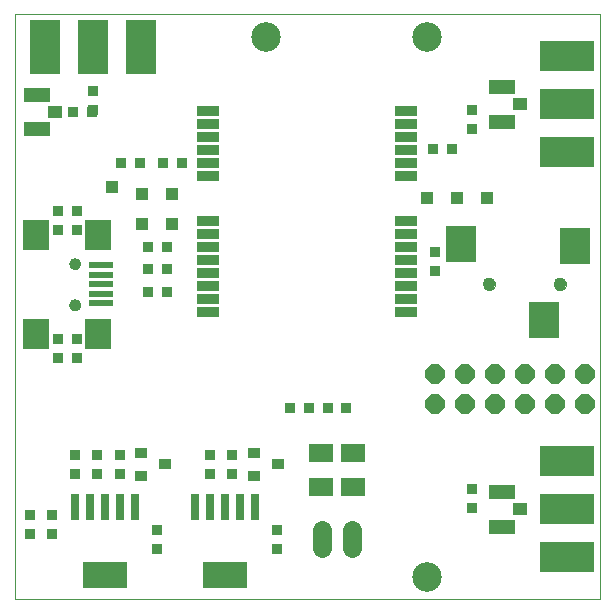
<source format=gts>
G75*
G70*
%OFA0B0*%
%FSLAX24Y24*%
%IPPOS*%
%LPD*%
%AMOC8*
5,1,8,0,0,1.08239X$1,22.5*
%
%ADD10C,0.0000*%
%ADD11R,0.0749X0.0355*%
%ADD12R,0.1040X0.1840*%
%ADD13R,0.1840X0.1040*%
%ADD14R,0.0906X0.1024*%
%ADD15R,0.0827X0.0237*%
%ADD16C,0.0394*%
%ADD17R,0.0355X0.0355*%
%ADD18R,0.0434X0.0434*%
%ADD19R,0.0453X0.0434*%
%ADD20R,0.0906X0.0453*%
%ADD21R,0.0985X0.1197*%
%ADD22C,0.0434*%
%ADD23OC8,0.0640*%
%ADD24R,0.0257X0.0886*%
%ADD25R,0.1457X0.0906*%
%ADD26C,0.0634*%
%ADD27R,0.0390X0.0350*%
%ADD28R,0.0808X0.0631*%
%ADD29C,0.0984*%
D10*
X000675Y000300D02*
X000675Y019800D01*
X020175Y019800D01*
X020175Y000300D01*
X000675Y000300D01*
X002498Y010111D02*
X002500Y010137D01*
X002506Y010163D01*
X002516Y010188D01*
X002529Y010211D01*
X002545Y010231D01*
X002565Y010249D01*
X002587Y010264D01*
X002610Y010276D01*
X002636Y010284D01*
X002662Y010288D01*
X002688Y010288D01*
X002714Y010284D01*
X002740Y010276D01*
X002764Y010264D01*
X002785Y010249D01*
X002805Y010231D01*
X002821Y010211D01*
X002834Y010188D01*
X002844Y010163D01*
X002850Y010137D01*
X002852Y010111D01*
X002850Y010085D01*
X002844Y010059D01*
X002834Y010034D01*
X002821Y010011D01*
X002805Y009991D01*
X002785Y009973D01*
X002763Y009958D01*
X002740Y009946D01*
X002714Y009938D01*
X002688Y009934D01*
X002662Y009934D01*
X002636Y009938D01*
X002610Y009946D01*
X002586Y009958D01*
X002565Y009973D01*
X002545Y009991D01*
X002529Y010011D01*
X002516Y010034D01*
X002506Y010059D01*
X002500Y010085D01*
X002498Y010111D01*
X002498Y011489D02*
X002500Y011515D01*
X002506Y011541D01*
X002516Y011566D01*
X002529Y011589D01*
X002545Y011609D01*
X002565Y011627D01*
X002587Y011642D01*
X002610Y011654D01*
X002636Y011662D01*
X002662Y011666D01*
X002688Y011666D01*
X002714Y011662D01*
X002740Y011654D01*
X002764Y011642D01*
X002785Y011627D01*
X002805Y011609D01*
X002821Y011589D01*
X002834Y011566D01*
X002844Y011541D01*
X002850Y011515D01*
X002852Y011489D01*
X002850Y011463D01*
X002844Y011437D01*
X002834Y011412D01*
X002821Y011389D01*
X002805Y011369D01*
X002785Y011351D01*
X002763Y011336D01*
X002740Y011324D01*
X002714Y011316D01*
X002688Y011312D01*
X002662Y011312D01*
X002636Y011316D01*
X002610Y011324D01*
X002586Y011336D01*
X002565Y011351D01*
X002545Y011369D01*
X002529Y011389D01*
X002516Y011412D01*
X002506Y011437D01*
X002500Y011463D01*
X002498Y011489D01*
X000800Y019800D02*
X005800Y019800D01*
X016297Y010800D02*
X016299Y010827D01*
X016305Y010854D01*
X016314Y010880D01*
X016327Y010904D01*
X016343Y010927D01*
X016362Y010946D01*
X016384Y010963D01*
X016408Y010977D01*
X016433Y010987D01*
X016460Y010994D01*
X016487Y010997D01*
X016515Y010996D01*
X016542Y010991D01*
X016568Y010983D01*
X016592Y010971D01*
X016615Y010955D01*
X016636Y010937D01*
X016653Y010916D01*
X016668Y010892D01*
X016679Y010867D01*
X016687Y010841D01*
X016691Y010814D01*
X016691Y010786D01*
X016687Y010759D01*
X016679Y010733D01*
X016668Y010708D01*
X016653Y010684D01*
X016636Y010663D01*
X016615Y010645D01*
X016593Y010629D01*
X016568Y010617D01*
X016542Y010609D01*
X016515Y010604D01*
X016487Y010603D01*
X016460Y010606D01*
X016433Y010613D01*
X016408Y010623D01*
X016384Y010637D01*
X016362Y010654D01*
X016343Y010673D01*
X016327Y010696D01*
X016314Y010720D01*
X016305Y010746D01*
X016299Y010773D01*
X016297Y010800D01*
X018659Y010800D02*
X018661Y010827D01*
X018667Y010854D01*
X018676Y010880D01*
X018689Y010904D01*
X018705Y010927D01*
X018724Y010946D01*
X018746Y010963D01*
X018770Y010977D01*
X018795Y010987D01*
X018822Y010994D01*
X018849Y010997D01*
X018877Y010996D01*
X018904Y010991D01*
X018930Y010983D01*
X018954Y010971D01*
X018977Y010955D01*
X018998Y010937D01*
X019015Y010916D01*
X019030Y010892D01*
X019041Y010867D01*
X019049Y010841D01*
X019053Y010814D01*
X019053Y010786D01*
X019049Y010759D01*
X019041Y010733D01*
X019030Y010708D01*
X019015Y010684D01*
X018998Y010663D01*
X018977Y010645D01*
X018955Y010629D01*
X018930Y010617D01*
X018904Y010609D01*
X018877Y010604D01*
X018849Y010603D01*
X018822Y010606D01*
X018795Y010613D01*
X018770Y010623D01*
X018746Y010637D01*
X018724Y010654D01*
X018705Y010673D01*
X018689Y010696D01*
X018676Y010720D01*
X018667Y010746D01*
X018661Y010773D01*
X018659Y010800D01*
X020175Y014300D02*
X020175Y019300D01*
X020175Y005800D02*
X020175Y000800D01*
D11*
X013732Y009894D03*
X013732Y010328D03*
X013732Y010761D03*
X013732Y011194D03*
X013732Y011627D03*
X013732Y012060D03*
X013732Y012493D03*
X013732Y012926D03*
X013732Y014422D03*
X013732Y014855D03*
X013732Y015288D03*
X013732Y015721D03*
X013732Y016154D03*
X013732Y016587D03*
X007118Y016587D03*
X007118Y016154D03*
X007118Y015721D03*
X007118Y015288D03*
X007118Y014855D03*
X007118Y014422D03*
X007118Y012926D03*
X007118Y012493D03*
X007118Y012060D03*
X007118Y011627D03*
X007118Y011194D03*
X007118Y010761D03*
X007118Y010328D03*
X007118Y009894D03*
D12*
X004900Y018700D03*
X003300Y018700D03*
X001700Y018700D03*
D13*
X019075Y018400D03*
X019075Y016800D03*
X019075Y015200D03*
X019075Y004900D03*
X019075Y003300D03*
X019075Y001700D03*
D14*
X003462Y009146D03*
X001376Y009146D03*
X001376Y012454D03*
X003462Y012454D03*
D15*
X003561Y011430D03*
X003561Y011115D03*
X003561Y010800D03*
X003561Y010485D03*
X003561Y010170D03*
D16*
X002675Y010111D03*
X002675Y011489D03*
D17*
X002738Y012610D03*
X002738Y013240D03*
X002113Y013240D03*
X002113Y012610D03*
X004235Y014850D03*
X004865Y014850D03*
X005610Y014850D03*
X006240Y014850D03*
X005740Y012050D03*
X005110Y012050D03*
X005110Y011300D03*
X005740Y011300D03*
X005740Y010550D03*
X005110Y010550D03*
X002738Y008990D03*
X002113Y008990D03*
X002113Y008360D03*
X002738Y008360D03*
X002675Y005115D03*
X002675Y004485D03*
X003425Y004485D03*
X003425Y005115D03*
X004175Y005115D03*
X004175Y004485D03*
X005425Y002615D03*
X005425Y001985D03*
X007175Y004485D03*
X007175Y005115D03*
X007925Y005115D03*
X007925Y004485D03*
X009425Y002615D03*
X009425Y001985D03*
X009860Y006675D03*
X010490Y006675D03*
X011130Y006675D03*
X011720Y006675D03*
X015925Y003990D03*
X015925Y003360D03*
X014675Y011235D03*
X014675Y011865D03*
X014610Y015300D03*
X015240Y015300D03*
X015925Y015985D03*
X015925Y016615D03*
X003300Y016610D03*
X003240Y016550D03*
X002610Y016550D03*
X003300Y017240D03*
X001925Y003115D03*
X001925Y002485D03*
X001175Y002485D03*
X001175Y003115D03*
D18*
X004925Y012800D03*
X004925Y013800D03*
X005925Y013800D03*
X005925Y012800D03*
X003925Y014050D03*
X014425Y013675D03*
X015425Y013675D03*
X016425Y013675D03*
D19*
X017517Y016800D03*
X017517Y003300D03*
X002017Y016550D03*
D20*
X001425Y017122D03*
X001425Y015978D03*
X016925Y016228D03*
X016925Y017372D03*
X016925Y003872D03*
X016925Y002728D03*
D21*
X018305Y009619D03*
X019368Y012089D03*
X015549Y012148D03*
D22*
X016494Y010800D03*
X018856Y010800D03*
D23*
X018675Y007800D03*
X018675Y006800D03*
X017675Y006800D03*
X017675Y007800D03*
X016675Y007800D03*
X016675Y006800D03*
X015675Y006800D03*
X015675Y007800D03*
X014675Y007800D03*
X014675Y006800D03*
X019675Y006800D03*
X019675Y007800D03*
D24*
X008675Y003363D03*
X008175Y003363D03*
X007675Y003363D03*
X007175Y003363D03*
X006675Y003363D03*
X004675Y003363D03*
X004175Y003363D03*
X003675Y003363D03*
X003175Y003363D03*
X002675Y003363D03*
D25*
X003675Y001119D03*
X007675Y001119D03*
D26*
X010925Y002003D02*
X010925Y002597D01*
X011925Y002597D02*
X011925Y002003D01*
D27*
X009450Y004800D03*
X008650Y004420D03*
X008650Y005180D03*
X005700Y004800D03*
X004900Y004420D03*
X004900Y005180D03*
D28*
X010884Y005175D03*
X011966Y005175D03*
X011966Y004050D03*
X010884Y004050D03*
D29*
X014425Y001050D03*
X014425Y019050D03*
X009050Y019050D03*
M02*

</source>
